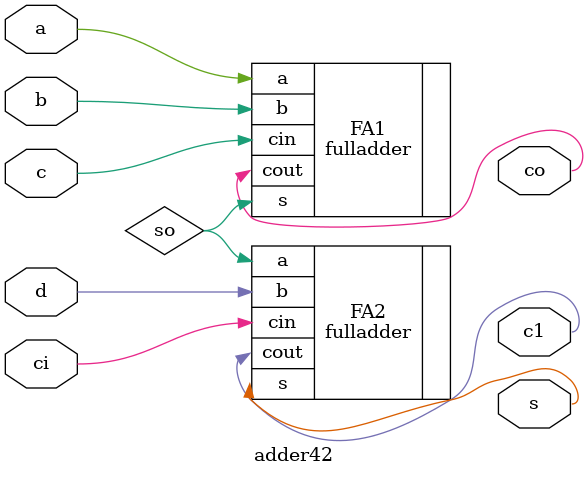
<source format=v>

`timescale 1ns/10ps

module adder42(
  input a,
  input b,
  input c,
  input d,
  input ci,
  output co,
  output c1,
  output s
);

wire so; //output from FA1(a,b,c)

fulladder FA1(
  .a (a),
  .b (b),
  .cin (c),
  .cout (co),
  .s (so)
);

fulladder FA2(
  .a (so),
  .b (d),
  .cin (ci),
  .cout (c1),
  .s (s)
);

endmodule

</source>
